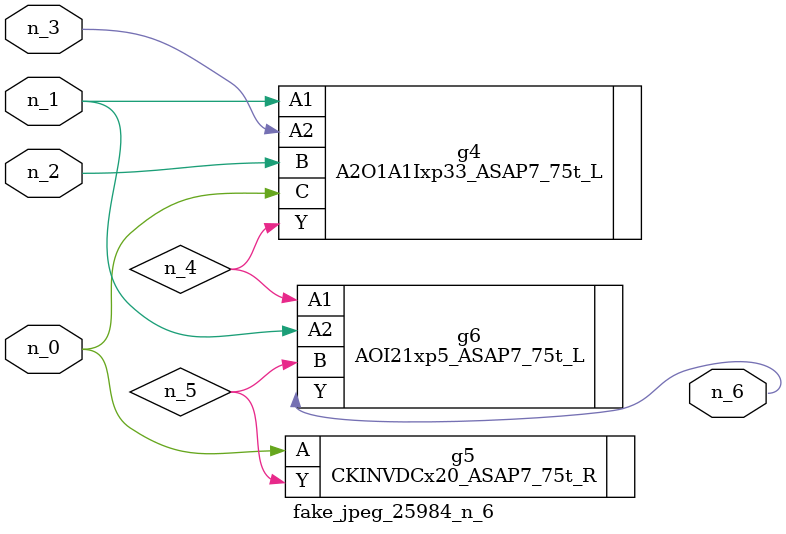
<source format=v>
module fake_jpeg_25984_n_6 (n_0, n_3, n_2, n_1, n_6);

input n_0;
input n_3;
input n_2;
input n_1;

output n_6;

wire n_4;
wire n_5;

A2O1A1Ixp33_ASAP7_75t_L g4 ( 
.A1(n_1),
.A2(n_3),
.B(n_2),
.C(n_0),
.Y(n_4)
);

CKINVDCx20_ASAP7_75t_R g5 ( 
.A(n_0),
.Y(n_5)
);

AOI21xp5_ASAP7_75t_L g6 ( 
.A1(n_4),
.A2(n_1),
.B(n_5),
.Y(n_6)
);


endmodule
</source>
